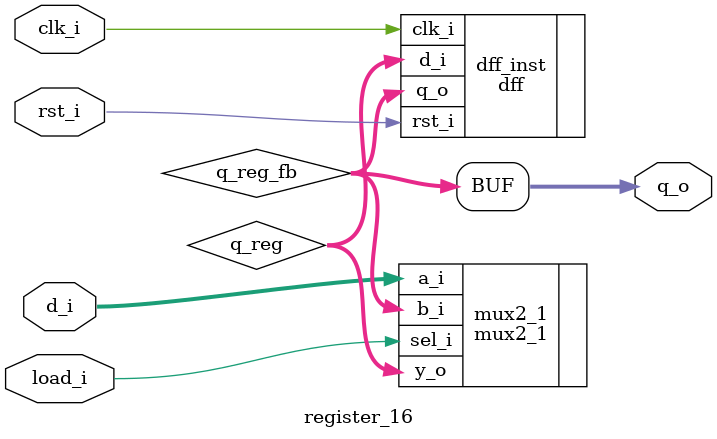
<source format=sv>

module register_16
#(
    parameter int WIDTH = 16
)
(
    input logic clk_i,
    input logic rst_i,
    input logic load_i,
    input logic [WIDTH-1:0]d_i,
    output logic [WIDTH-1:0]q_o
);

//output between mux and dff
reg [WIDTH-1:0] q_reg;
// feedback from dff to mux
reg [WIDTH-1:0] q_reg_fb;

dff #(
    .WIDTH(WIDTH)
) dff_inst(
    .clk_i(clk_i),
    .rst_i(rst_i),
    .d_i(q_reg),
    .q_o(q_reg_fb)
);

mux2_1 #(
    .WIDTH(WIDTH)
) mux2_1(
    .sel_i(load_i),
    .a_i(d_i),
    .b_i(q_reg_fb),
    .y_o(q_reg)
);

assign q_o = q_reg_fb;


endmodule: register_16
</source>
